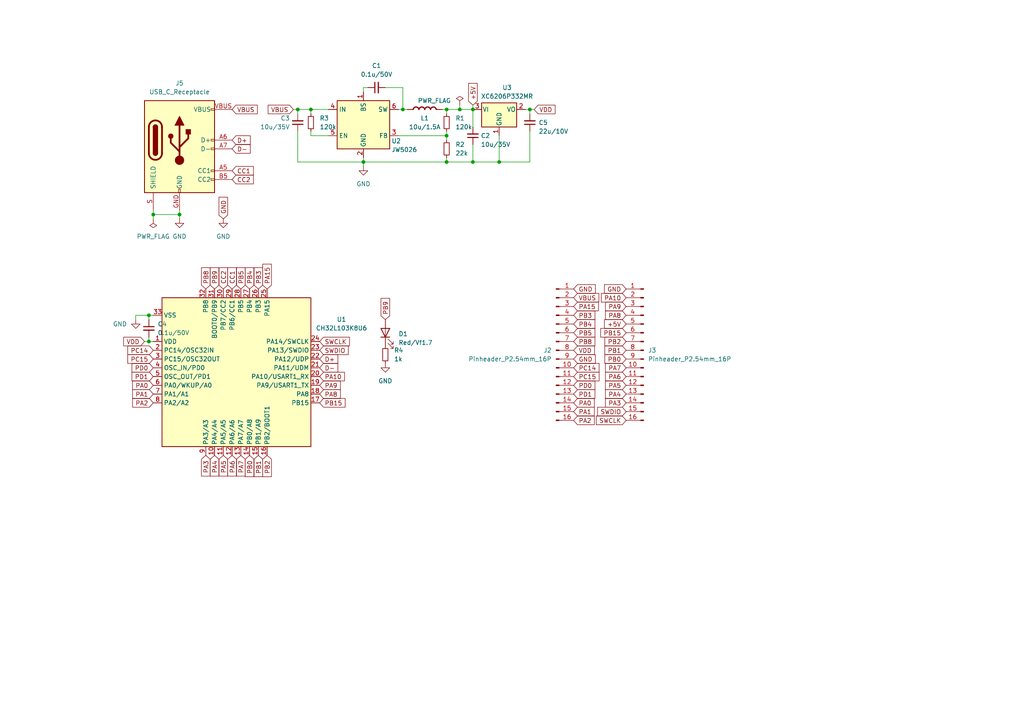
<source format=kicad_sch>
(kicad_sch (version 20250114) (generator "eeschema") (generator_version "9.0")
  (paper "A4")
  (lib_symbols
    (symbol "Connector:Conn_01x16_Pin" (pin_names (offset 1.016) (hide yes))
      (property "Reference" "J" (at 0 20.32 0))
      (property "Value" "Conn_01x16_Pin" (at 0 -22.86 0))
      (symbol "Conn_01x16_Pin_1_1"
        (rectangle (start 0.8636 17.907) (end 0 17.653) (stroke (width 0.1524)) (fill (type outline)))
        (rectangle (start 0.8636 15.367) (end 0 15.113) (stroke (width 0.1524)) (fill (type outline)))
        (rectangle (start 0.8636 12.827) (end 0 12.573) (stroke (width 0.1524)) (fill (type outline)))
        (rectangle (start 0.8636 10.287) (end 0 10.033) (stroke (width 0.1524)) (fill (type outline)))
        (rectangle (start 0.8636 7.747) (end 0 7.493) (stroke (width 0.1524)) (fill (type outline)))
        (rectangle (start 0.8636 5.207) (end 0 4.953) (stroke (width 0.1524)) (fill (type outline)))
        (rectangle (start 0.8636 2.667) (end 0 2.413) (stroke (width 0.1524)) (fill (type outline)))
        (rectangle (start 0.8636 0.127) (end 0 -0.127) (stroke (width 0.1524)) (fill (type outline)))
        (rectangle (start 0.8636 -2.413) (end 0 -2.667) (stroke (width 0.1524)) (fill (type outline)))
        (rectangle (start 0.8636 -4.953) (end 0 -5.207) (stroke (width 0.1524)) (fill (type outline)))
        (rectangle (start 0.8636 -7.493) (end 0 -7.747) (stroke (width 0.1524)) (fill (type outline)))
        (rectangle (start 0.8636 -10.033) (end 0 -10.287) (stroke (width 0.1524)) (fill (type outline)))
        (rectangle (start 0.8636 -12.573) (end 0 -12.827) (stroke (width 0.1524)) (fill (type outline)))
        (rectangle (start 0.8636 -15.113) (end 0 -15.367) (stroke (width 0.1524)) (fill (type outline)))
        (rectangle (start 0.8636 -17.653) (end 0 -17.907) (stroke (width 0.1524)) (fill (type outline)))
        (rectangle (start 0.8636 -20.193) (end 0 -20.447) (stroke (width 0.1524)) (fill (type outline)))
        (polyline (pts (xy 1.27 17.78) (xy 0.8636 17.78)) (stroke (width 0.1524)))
        (polyline (pts (xy 1.27 15.24) (xy 0.8636 15.24)) (stroke (width 0.1524)))
        (polyline (pts (xy 1.27 12.7) (xy 0.8636 12.7)) (stroke (width 0.1524)))
        (polyline (pts (xy 1.27 10.16) (xy 0.8636 10.16)) (stroke (width 0.1524)))
        (polyline (pts (xy 1.27 7.62) (xy 0.8636 7.62)) (stroke (width 0.1524)))
        (polyline (pts (xy 1.27 5.08) (xy 0.8636 5.08)) (stroke (width 0.1524)))
        (polyline (pts (xy 1.27 2.54) (xy 0.8636 2.54)) (stroke (width 0.1524)))
        (polyline (pts (xy 1.27 0) (xy 0.8636 0)) (stroke (width 0.1524)))
        (polyline (pts (xy 1.27 -2.54) (xy 0.8636 -2.54)) (stroke (width 0.1524)))
        (polyline (pts (xy 1.27 -5.08) (xy 0.8636 -5.08)) (stroke (width 0.1524)))
        (polyline (pts (xy 1.27 -7.62) (xy 0.8636 -7.62)) (stroke (width 0.1524)))
        (polyline (pts (xy 1.27 -10.16) (xy 0.8636 -10.16)) (stroke (width 0.1524)))
        (polyline (pts (xy 1.27 -12.7) (xy 0.8636 -12.7)) (stroke (width 0.1524)))
        (polyline (pts (xy 1.27 -15.24) (xy 0.8636 -15.24)) (stroke (width 0.1524)))
        (polyline (pts (xy 1.27 -17.78) (xy 0.8636 -17.78)) (stroke (width 0.1524)))
        (polyline (pts (xy 1.27 -20.32) (xy 0.8636 -20.32)) (stroke (width 0.1524)))
        (pin passive line (at 5.08 17.78 180) (length 3.81) (name "Pin_1") (number "1"))
        (pin passive line (at 5.08 15.24 180) (length 3.81) (name "Pin_2") (number "2"))
        (pin passive line (at 5.08 12.7 180) (length 3.81) (name "Pin_3") (number "3"))
        (pin passive line (at 5.08 10.16 180) (length 3.81) (name "Pin_4") (number "4"))
        (pin passive line (at 5.08 7.62 180) (length 3.81) (name "Pin_5") (number "5"))
        (pin passive line (at 5.08 5.08 180) (length 3.81) (name "Pin_6") (number "6"))
        (pin passive line (at 5.08 2.54 180) (length 3.81) (name "Pin_7") (number "7"))
        (pin passive line (at 5.08 0 180) (length 3.81) (name "Pin_8") (number "8"))
        (pin passive line (at 5.08 -2.54 180) (length 3.81) (name "Pin_9") (number "9"))
        (pin passive line (at 5.08 -5.08 180) (length 3.81) (name "Pin_10") (number "10"))
        (pin passive line (at 5.08 -7.62 180) (length 3.81) (name "Pin_11") (number "11"))
        (pin passive line (at 5.08 -10.16 180) (length 3.81) (name "Pin_12") (number "12"))
        (pin passive line (at 5.08 -12.7 180) (length 3.81) (name "Pin_13") (number "13"))
        (pin passive line (at 5.08 -15.24 180) (length 3.81) (name "Pin_14") (number "14"))
        (pin passive line (at 5.08 -17.78 180) (length 3.81) (name "Pin_15") (number "15"))
        (pin passive line (at 5.08 -20.32 180) (length 3.81) (name "Pin_16") (number "16"))
      )
    )
    (symbol "Device:C_Small" (pin_numbers (hide yes)) (pin_names (offset 0.254) (hide yes))
      (property "Reference" "C" (at 0.254 1.778 0))
      (property "Value" "C_Small" (at 0.254 -2.032 0))
      (symbol "C_Small_0_1"
        (polyline (pts (xy -1.524 0.508) (xy 1.524 0.508)) (stroke (width 0.3048)))
        (polyline (pts (xy -1.524 -0.508) (xy 1.524 -0.508)) (stroke (width 0.3302)))
      )
      (symbol "C_Small_1_1"
        (pin passive line (at 0 2.54 270) (length 2.032) (name "~") (number "1"))
        (pin passive line (at 0 -2.54 90) (length 2.032) (name "~") (number "2"))
      )
    )
    (symbol "Device:LED" (pin_numbers (hide yes)) (pin_names (offset 1.016) (hide yes))
      (property "Reference" "D" (at 0 2.54 0))
      (property "Value" "LED" (at 0 -2.54 0))
      (symbol "LED_0_1"
        (polyline (pts (xy -3.048 -0.762) (xy -4.572 -2.286) (xy -3.81 -2.286) (xy -4.572 -2.286) (xy -4.572 -1.524)))
        (polyline (pts (xy -1.778 -0.762) (xy -3.302 -2.286) (xy -2.54 -2.286) (xy -3.302 -2.286) (xy -3.302 -1.524)))
        (polyline (pts (xy -1.27 0) (xy 1.27 0)))
        (polyline (pts (xy -1.27 -1.27) (xy -1.27 1.27)) (stroke (width 0.254)))
        (polyline (pts (xy 1.27 -1.27) (xy 1.27 1.27) (xy -1.27 0) (xy 1.27 -1.27)) (stroke (width 0.254)))
      )
      (symbol "LED_1_1"
        (pin passive line (at -3.81 0 0) (length 2.54) (name "K") (number "1"))
        (pin passive line (at 3.81 0 180) (length 2.54) (name "A") (number "2"))
      )
    )
    (symbol "Device:R_Small" (pin_numbers (hide yes)) (pin_names (offset 0.254) (hide yes))
      (property "Reference" "R" (at 0 0 90))
      (property "Value" "R_Small" (at 1.778 0 90))
      (symbol "R_Small_0_1"
        (rectangle (start -0.762 1.778) (end 0.762 -1.778) (stroke (width 0.2032)))
      )
      (symbol "R_Small_1_1"
        (pin passive line (at 0 2.54 270) (length 0.762) (name "~") (number "1"))
        (pin passive line (at 0 -2.54 90) (length 0.762) (name "~") (number "2"))
      )
    )
    (symbol "Download_Lib:CH32L103K8U6"
      (property "Reference" "U" (at -0.508 -0.762 0))
      (property "Value" "CH32L103K8U6" (at -0.508 1.524 0))
      (symbol "CH32L103K8U6_1_0"
        (pin power_in line (at -24.13 16.51 0) (length 2.54) (name "VSS") (number "33"))
        (pin power_in line (at -24.13 8.89 0) (length 2.54) (name "VDD") (number "1"))
        (pin bidirectional line (at -24.13 6.35 0) (length 2.54) (name "PC14/OSC32IN") (number "2"))
        (pin bidirectional line (at -24.13 3.81 0) (length 2.54) (name "PC15/OSC32OUT") (number "3"))
        (pin bidirectional line (at -24.13 1.27 0) (length 2.54) (name "OSC_IN/PD0") (number "4"))
        (pin bidirectional line (at -24.13 -1.27 0) (length 2.54) (name "OSC_OUT/PD1") (number "5"))
        (pin bidirectional line (at -24.13 -3.81 0) (length 2.54) (name "PA0/WKUP/A0") (number "6"))
        (pin bidirectional line (at -24.13 -6.35 0) (length 2.54) (name "PA1/A1") (number "7"))
        (pin bidirectional line (at -24.13 -8.89 0) (length 2.54) (name "PA2/A2") (number "8"))
        (pin bidirectional line (at -8.89 24.13 270) (length 2.54) (name "PB8") (number "32"))
        (pin bidirectional line (at -8.89 -24.13 90) (length 2.54) (name "PA3/A3") (number "9"))
        (pin bidirectional line (at -6.35 24.13 270) (length 2.54) (name "BOOT0/PB9") (number "31"))
        (pin bidirectional line (at -6.35 -24.13 90) (length 2.54) (name "PA4/A4") (number "10"))
        (pin bidirectional line (at -3.81 24.13 270) (length 2.54) (name "PB7/CC2") (number "30"))
        (pin bidirectional line (at -3.81 -24.13 90) (length 2.54) (name "PA5/A5") (number "11"))
        (pin bidirectional line (at -1.27 24.13 270) (length 2.54) (name "PB6/CC1") (number "29"))
        (pin bidirectional line (at -1.27 -24.13 90) (length 2.54) (name "PA6/A6") (number "12"))
        (pin bidirectional line (at 1.27 24.13 270) (length 2.54) (name "PB5") (number "28"))
        (pin bidirectional line (at 1.27 -24.13 90) (length 2.54) (name "PA7/A7") (number "13"))
        (pin bidirectional line (at 3.81 24.13 270) (length 2.54) (name "PB4") (number "27"))
        (pin bidirectional line (at 3.81 -24.13 90) (length 2.54) (name "PB0/A8") (number "14"))
        (pin bidirectional line (at 6.35 24.13 270) (length 2.54) (name "PB3") (number "26"))
        (pin bidirectional line (at 6.35 -24.13 90) (length 2.54) (name "PB1/A9") (number "15"))
        (pin bidirectional line (at 8.89 24.13 270) (length 2.54) (name "PA15") (number "25"))
        (pin bidirectional line (at 8.89 -24.13 90) (length 2.54) (name "PB2/BOOT1") (number "16"))
        (pin bidirectional line (at 24.13 8.89 180) (length 2.54) (name "PA14/SWCLK") (number "24"))
        (pin bidirectional line (at 24.13 6.35 180) (length 2.54) (name "PA13/SWDIO") (number "23"))
        (pin bidirectional line (at 24.13 3.81 180) (length 2.54) (name "PA12/UDP") (number "22"))
        (pin bidirectional line (at 24.13 1.27 180) (length 2.54) (name "PA11/UDM") (number "21"))
        (pin bidirectional line (at 24.13 -1.27 180) (length 2.54) (name "PA10/USART1_RX") (number "20"))
        (pin bidirectional line (at 24.13 -3.81 180) (length 2.54) (name "PA9/USART1_TX") (number "19"))
        (pin bidirectional line (at 24.13 -6.35 180) (length 2.54) (name "PA8") (number "18"))
        (pin bidirectional line (at 24.13 -8.89 180) (length 2.54) (name "PB15") (number "17"))
      )
      (symbol "CH32L103K8U6_1_1"
        (rectangle (start -21.59 21.59) (end 21.59 -21.59) (stroke (width 0.254)) (fill (type background)))
      )
    )
    (symbol "Download_Lib:RY8411"
      (property "Reference" "U" (at -7.62 6.35 0))
      (property "Value" "RY8411" (at 5.08 6.35 0))
      (symbol "RY8411_0_1"
        (rectangle (start -7.62 5.08) (end 7.62 -8.89) (stroke (width 0.254)) (fill (type background)))
      )
      (symbol "RY8411_1_1"
        (pin power_in line (at -10.16 2.54 0) (length 2.54) (name "IN") (number "4"))
        (pin input line (at -10.16 -5.08 0) (length 2.54) (name "EN") (number "5"))
        (pin input line (at 0 7.62 270) (length 2.54) (name "BS") (number "1"))
        (pin power_in line (at 0 -11.43 90) (length 2.54) (name "GND") (number "2"))
        (pin power_out line (at 10.16 2.54 180) (length 2.54) (name "SW") (number "6"))
        (pin input line (at 10.16 -5.08 180) (length 2.54) (name "FB") (number "3"))
      )
    )
    (symbol "PCM_Elektuur:L" (pin_numbers (hide yes)) (pin_names (offset 0) (hide yes))
      (property "Reference" "L" (at 2.54 3.175 0))
      (property "Value" "L" (at 2.54 -3.175 0))
      (symbol "L_1_0"
        (arc (start 0 3.302) (mid 0.6604 2.5146) (end 0 1.7272) (stroke (width 0.254)))
        (arc (start 0 1.6256) (mid 0.6604 0.8382) (end 0 0.0508) (stroke (width 0.254)))
        (arc (start 0 -0.0508) (mid 0.6604 -0.8382) (end 0 -1.6256) (stroke (width 0.254)))
        (arc (start 0 -1.7272) (mid 0.6604 -2.5146) (end 0 -3.302) (stroke (width 0.254)))
        (arc (start 0 3.4036) (mid 0.762 2.5146) (end 0 1.6256) (stroke (width 0.254)))
        (arc (start 0 1.7272) (mid 0.762 0.8382) (end 0 -0.0508) (stroke (width 0.254)))
        (arc (start 0 0.0508) (mid 0.762 -0.8382) (end 0 -1.7272) (stroke (width 0.254)))
        (arc (start 0 -1.6256) (mid 0.762 -2.5146) (end 0 -3.4036) (stroke (width 0.254)))
        (polyline (pts (xy 0 3.5052) (xy 0 3.302)) (stroke (width 0.254)))
        (polyline (pts (xy 0 1.7272) (xy 0 1.6256)) (stroke (width 0.254)))
        (polyline (pts (xy 0 0.0508) (xy 0 -0.0508)) (stroke (width 0.254)))
        (polyline (pts (xy 0 -1.6256) (xy 0 -1.7272)) (stroke (width 0.254)))
        (polyline (pts (xy 0 -3.302) (xy 0 -3.5052)) (stroke (width 0.254)))
        (pin passive line (at 0 5.08 270) (length 1.5748) (name "+") (number "1"))
        (pin passive line (at 0 -5.08 90) (length 1.5748) (name "-") (number "2"))
      )
      (symbol "L_1_2"
        (rectangle (start 1.524 3.3782) (end 1.9812 -3.3782) (stroke (width 0.254)) (fill (type outline)))
      )
      (symbol "L_1_3"
        (rectangle (start 1.524 3.0988) (end 1.9812 1.9304) (stroke (width 0.254)) (fill (type outline)))
        (rectangle (start 1.524 1.4224) (end 1.9812 0.254) (stroke (width 0.254)) (fill (type outline)))
        (rectangle (start 1.524 -0.254) (end 1.9812 -1.4224) (stroke (width 0.254)) (fill (type outline)))
        (rectangle (start 1.524 -1.9304) (end 1.9812 -3.0988) (stroke (width 0.254)) (fill (type outline)))
      )
    )
    (symbol "PCM_SparkFun-Connector:USB_C_Receptacle" (pin_names (offset 1.016))
      (property "Reference" "J" (at -10.16 12.7 0))
      (property "Value" "USB_C_Receptacle" (at 19.05 12.7 0))
      (symbol "USB_C_Receptacle_0_0"
        (rectangle (start -0.254 -15.24) (end 0.254 -14.224))
        (rectangle (start 10.16 9.144) (end 9.144 8.636))
        (rectangle (start 10.16 0.254) (end 9.144 -0.254))
        (rectangle (start 10.16 -2.286) (end 9.144 -2.794))
        (rectangle (start 10.16 -8.636) (end 9.144 -9.144))
        (rectangle (start 10.16 -11.176) (end 9.144 -11.684))
      )
      (symbol "USB_C_Receptacle_0_1"
        (rectangle (start -10.16 11.43) (end 10.16 -15.24) (stroke (width 0.254)) (fill (type background)))
        (polyline (pts (xy -8.89 -3.81) (xy -8.89 3.81)) (stroke (width 0.508)))
        (rectangle (start -7.62 -3.81) (end -6.35 3.81) (stroke (width 0.254)) (fill (type outline)))
        (arc (start -7.62 3.81) (mid -6.985 4.4423) (end -6.35 3.81) (stroke (width 0.254)))
        (arc (start -7.62 3.81) (mid -6.985 4.4423) (end -6.35 3.81) (stroke (width 0.254)) (fill (type outline)))
        (arc (start -8.89 3.81) (mid -6.985 5.7067) (end -5.08 3.81) (stroke (width 0.508)))
        (arc (start -5.08 -3.81) (mid -6.985 -5.7067) (end -8.89 -3.81) (stroke (width 0.508)))
        (arc (start -6.35 -3.81) (mid -6.985 -4.4423) (end -7.62 -3.81) (stroke (width 0.254)))
        (arc (start -6.35 -3.81) (mid -6.985 -4.4423) (end -7.62 -3.81) (stroke (width 0.254)) (fill (type outline)))
        (polyline (pts (xy -5.08 3.81) (xy -5.08 -3.81)) (stroke (width 0.508)))
        (circle (center -2.54 1.143) (radius 0.635) (stroke (width 0.254)) (fill (type outline)))
        (polyline (pts (xy -1.27 4.318) (xy 0 6.858) (xy 1.27 4.318) (xy -1.27 4.318)) (stroke (width 0.254)) (fill (type outline)))
        (polyline (pts (xy 0 -2.032) (xy 2.54 0.508) (xy 2.54 1.778)) (stroke (width 0.508)))
        (polyline (pts (xy 0 -3.302) (xy -2.54 -0.762) (xy -2.54 0.508)) (stroke (width 0.508)))
        (polyline (pts (xy 0 -5.842) (xy 0 4.318)) (stroke (width 0.508)))
        (circle (center 0 -5.842) (radius 1.27) (fill (type outline)))
        (rectangle (start 1.905 1.778) (end 3.175 3.048) (stroke (width 0.254)) (fill (type outline)))
      )
      (symbol "USB_C_Receptacle_1_1"
        (pin passive line (at -7.62 -20.32 90) (length 5.08) (name "SHIELD") (number "S"))
        (pin no_connect line (at -5.08 -15.24 90) (length 5.08) (hide yes) (name "NC") (number "NC1"))
        (pin no_connect line (at -3.81 -15.24 90) (length 5.08) (hide yes) (name "NC") (number "NC2"))
        (pin no_connect line (at -2.54 -15.24 90) (length 5.08) (hide yes) (name "NC") (number "NC3"))
        (pin passive line (at 0 -20.32 90) (length 5.08) (name "GND") (number "GND"))
        (pin no_connect line (at 2.54 -15.24 90) (length 5.08) (hide yes) (name "NC") (number "A8"))
        (pin no_connect line (at 3.81 -15.24 90) (length 5.08) (hide yes) (name "NC") (number "B8"))
        (pin power_out line (at 15.24 8.89 180) (length 5.08) (name "VBUS") (number "VBUS"))
        (pin bidirectional line (at 15.24 0 180) (length 5.08) (name "D+") (number "A6"))
        (pin bidirectional line (at 15.24 0 180) (length 5.08) (hide yes) (name "D+") (number "B6"))
        (pin bidirectional line (at 15.24 -2.54 180) (length 5.08) (name "D-") (number "A7"))
        (pin bidirectional line (at 15.24 -2.54 180) (length 5.08) (hide yes) (name "D-") (number "B7"))
        (pin bidirectional line (at 15.24 -8.89 180) (length 5.08) (name "CC1") (number "A5"))
        (pin bidirectional line (at 15.24 -11.43 180) (length 5.08) (name "CC2") (number "B5"))
      )
    )
    (symbol "Regulator_Linear:XC6206PxxxMR" (pin_names (offset 0.254))
      (property "Reference" "U" (at -3.81 3.175 0))
      (property "Value" "XC6206PxxxMR" (at 0 3.175 0))
      (symbol "XC6206PxxxMR_0_1"
        (rectangle (start -5.08 1.905) (end 5.08 -5.08) (stroke (width 0.254)) (fill (type background)))
      )
      (symbol "XC6206PxxxMR_1_1"
        (pin power_in line (at -7.62 0 0) (length 2.54) (name "VI") (number "3"))
        (pin power_in line (at 0 -7.62 90) (length 2.54) (name "GND") (number "1"))
        (pin power_out line (at 7.62 0 180) (length 2.54) (name "VO") (number "2"))
      )
    )
    (symbol "power:GND" (power) (pin_numbers (hide yes)) (pin_names (offset 0) (hide yes))
      (property "Value" "GND" (at 0 -3.81 0))
      (symbol "GND_0_1"
        (polyline (pts (xy 0 0) (xy 0 -1.27) (xy 1.27 -1.27) (xy 0 -2.54) (xy -1.27 -1.27) (xy 0 -1.27)))
      )
      (symbol "GND_1_1"
        (pin power_in line (at 0 0 270) (length 0) (name "~") (number "1"))
      )
    )
    (symbol "power:PWR_FLAG" (power) (pin_numbers (hide yes)) (pin_names (offset 0) (hide yes))
      (property "Value" "PWR_FLAG" (at 0 3.81 0))
      (symbol "PWR_FLAG_0_0"
        (pin power_out line (at 0 0 90) (length 0) (name "~") (number "1"))
      )
      (symbol "PWR_FLAG_0_1"
        (polyline (pts (xy 0 0) (xy 0 1.27) (xy -1.016 1.905) (xy 0 2.54) (xy 1.016 1.905) (xy 0 1.27)))
      )
    )
  )
  (junction (at 52.07 62.23))
  (junction (at 86.36 31.75))
  (junction (at 144.78 46.99))
  (junction (at 153.67 31.75))
  (junction (at 90.17 31.75))
  (junction (at 43.18 91.44))
  (junction (at 133.35 31.75))
  (junction (at 129.54 46.99))
  (junction (at 137.16 31.75))
  (junction (at 43.18 99.06))
  (junction (at 137.16 46.99))
  (junction (at 44.45 62.23))
  (junction (at 116.84 31.75))
  (junction (at 129.54 39.37))
  (junction (at 105.41 46.99))
  (junction (at 129.54 31.75))
  (wire (pts (xy 39.37 92.71) (xy 39.37 91.44)))
  (wire (pts (xy 153.67 31.75) (xy 154.94 31.75)))
  (wire (pts (xy 128.27 31.75) (xy 129.54 31.75)))
  (wire (pts (xy 111.76 25.4) (xy 116.84 25.4)))
  (wire (pts (xy 129.54 46.99) (xy 129.54 45.72)))
  (wire (pts (xy 116.84 31.75) (xy 118.11 31.75)))
  (wire (pts (xy 43.18 97.79) (xy 43.18 99.06)))
  (wire (pts (xy 85.09 31.75) (xy 86.36 31.75)))
  (wire (pts (xy 137.16 30.48) (xy 137.16 31.75)))
  (wire (pts (xy 129.54 39.37) (xy 115.57 39.37)))
  (wire (pts (xy 90.17 39.37) (xy 95.25 39.37)))
  (wire (pts (xy 153.67 31.75) (xy 153.67 33.02)))
  (wire (pts (xy 144.78 39.37) (xy 144.78 46.99)))
  (wire (pts (xy 105.41 48.26) (xy 105.41 46.99)))
  (wire (pts (xy 137.16 31.75) (xy 137.16 36.83)))
  (wire (pts (xy 116.84 25.4) (xy 116.84 31.75)))
  (wire (pts (xy 129.54 46.99) (xy 105.41 46.99)))
  (wire (pts (xy 153.67 46.99) (xy 144.78 46.99)))
  (wire (pts (xy 129.54 38.1) (xy 129.54 39.37)))
  (wire (pts (xy 116.84 31.75) (xy 115.57 31.75)))
  (wire (pts (xy 41.91 99.06) (xy 43.18 99.06)))
  (wire (pts (xy 86.36 31.75) (xy 90.17 31.75)))
  (wire (pts (xy 43.18 91.44) (xy 43.18 92.71)))
  (wire (pts (xy 144.78 46.99) (xy 137.16 46.99)))
  (wire (pts (xy 105.41 45.72) (xy 105.41 46.99)))
  (wire (pts (xy 44.45 62.23) (xy 44.45 63.5)))
  (wire (pts (xy 90.17 38.1) (xy 90.17 39.37)))
  (wire (pts (xy 90.17 31.75) (xy 95.25 31.75)))
  (wire (pts (xy 105.41 25.4) (xy 105.41 26.67)))
  (wire (pts (xy 106.68 25.4) (xy 105.41 25.4)))
  (wire (pts (xy 129.54 31.75) (xy 133.35 31.75)))
  (wire (pts (xy 137.16 46.99) (xy 129.54 46.99)))
  (wire (pts (xy 129.54 39.37) (xy 129.54 40.64)))
  (wire (pts (xy 43.18 99.06) (xy 44.45 99.06)))
  (wire (pts (xy 137.16 41.91) (xy 137.16 46.99)))
  (wire (pts (xy 52.07 62.23) (xy 52.07 63.5)))
  (wire (pts (xy 152.4 31.75) (xy 153.67 31.75)))
  (wire (pts (xy 43.18 91.44) (xy 44.45 91.44)))
  (wire (pts (xy 90.17 31.75) (xy 90.17 33.02)))
  (wire (pts (xy 86.36 46.99) (xy 105.41 46.99)))
  (wire (pts (xy 86.36 38.1) (xy 86.36 46.99)))
  (wire (pts (xy 133.35 31.75) (xy 137.16 31.75)))
  (wire (pts (xy 133.35 30.48) (xy 133.35 31.75)))
  (wire (pts (xy 39.37 91.44) (xy 43.18 91.44)))
  (wire (pts (xy 86.36 31.75) (xy 86.36 33.02)))
  (wire (pts (xy 153.67 38.1) (xy 153.67 46.99)))
  (wire (pts (xy 52.07 60.96) (xy 52.07 62.23)))
  (wire (pts (xy 44.45 62.23) (xy 52.07 62.23)))
  (wire (pts (xy 129.54 31.75) (xy 129.54 33.02)))
  (wire (pts (xy 44.45 60.96) (xy 44.45 62.23)))
  (global_label "GND" (shape input) (at 166.37 83.82 0) (property "Intersheetrefs" "${INTERSHEET_REFS}" (effects (hide yes))))
  (global_label "+5V" (shape input) (at 137.16 30.48 90) (property "Intersheetrefs" "${INTERSHEET_REFS}" (effects (hide yes))))
  (global_label "PB9" (shape input) (at 62.23 83.82 90) (property "Intersheetrefs" "${INTERSHEET_REFS}" (effects (hide yes))))
  (global_label "PB2" (shape input) (at 77.47 132.08 270) (property "Intersheetrefs" "${INTERSHEET_REFS}" (effects (hide yes))))
  (global_label "CC2" (shape input) (at 67.31 52.07 0) (property "Intersheetrefs" "${INTERSHEET_REFS}" (effects (hide yes))))
  (global_label "SWDIO" (shape input) (at 92.71 101.6 0) (property "Intersheetrefs" "${INTERSHEET_REFS}" (effects (hide yes))))
  (global_label "VBUS" (shape input) (at 166.37 86.36 0) (property "Intersheetrefs" "${INTERSHEET_REFS}" (effects (hide yes))))
  (global_label "PA9" (shape input) (at 181.61 88.9 180) (property "Intersheetrefs" "${INTERSHEET_REFS}" (effects (hide yes))))
  (global_label "PB1" (shape input) (at 181.61 101.6 180) (property "Intersheetrefs" "${INTERSHEET_REFS}" (effects (hide yes))))
  (global_label "D-" (shape input) (at 92.71 106.68 0) (property "Intersheetrefs" "${INTERSHEET_REFS}" (effects (hide yes))))
  (global_label "PA4" (shape input) (at 181.61 114.3 180) (property "Intersheetrefs" "${INTERSHEET_REFS}" (effects (hide yes))))
  (global_label "PB3" (shape input) (at 74.93 83.82 90) (property "Intersheetrefs" "${INTERSHEET_REFS}" (effects (hide yes))))
  (global_label "SWCLK" (shape input) (at 92.71 99.06 0) (property "Intersheetrefs" "${INTERSHEET_REFS}" (effects (hide yes))))
  (global_label "PA6" (shape input) (at 181.61 109.22 180) (property "Intersheetrefs" "${INTERSHEET_REFS}" (effects (hide yes))))
  (global_label "PA6" (shape input) (at 67.31 132.08 270) (property "Intersheetrefs" "${INTERSHEET_REFS}" (effects (hide yes))))
  (global_label "PB3" (shape input) (at 166.37 91.44 0) (property "Intersheetrefs" "${INTERSHEET_REFS}" (effects (hide yes))))
  (global_label "PA5" (shape input) (at 181.61 111.76 180) (property "Intersheetrefs" "${INTERSHEET_REFS}" (effects (hide yes))))
  (global_label "PB2" (shape input) (at 181.61 99.06 180) (property "Intersheetrefs" "${INTERSHEET_REFS}" (effects (hide yes))))
  (global_label "PA2" (shape input) (at 44.45 116.84 180) (property "Intersheetrefs" "${INTERSHEET_REFS}" (effects (hide yes))))
  (global_label "PB0" (shape input) (at 72.39 132.08 270) (property "Intersheetrefs" "${INTERSHEET_REFS}" (effects (hide yes))))
  (global_label "PD1" (shape input) (at 166.37 114.3 0) (property "Intersheetrefs" "${INTERSHEET_REFS}" (effects (hide yes))))
  (global_label "PB5" (shape input) (at 69.85 83.82 90) (property "Intersheetrefs" "${INTERSHEET_REFS}" (effects (hide yes))))
  (global_label "VBUS" (shape input) (at 85.09 31.75 180) (property "Intersheetrefs" "${INTERSHEET_REFS}" (effects (hide yes))))
  (global_label "PB4" (shape input) (at 72.39 83.82 90) (property "Intersheetrefs" "${INTERSHEET_REFS}" (effects (hide yes))))
  (global_label "GND" (shape input) (at 166.37 104.14 0) (property "Intersheetrefs" "${INTERSHEET_REFS}" (effects (hide yes))))
  (global_label "PA5" (shape input) (at 64.77 132.08 270) (property "Intersheetrefs" "${INTERSHEET_REFS}" (effects (hide yes))))
  (global_label "GND" (shape input) (at 181.61 83.82 180) (property "Intersheetrefs" "${INTERSHEET_REFS}" (effects (hide yes))))
  (global_label "D-" (shape input) (at 67.31 43.18 0) (property "Intersheetrefs" "${INTERSHEET_REFS}" (effects (hide yes))))
  (global_label "+5V" (shape input) (at 181.61 93.98 180) (property "Intersheetrefs" "${INTERSHEET_REFS}" (effects (hide yes))))
  (global_label "PB0" (shape input) (at 181.61 104.14 180) (property "Intersheetrefs" "${INTERSHEET_REFS}" (effects (hide yes))))
  (global_label "PA4" (shape input) (at 62.23 132.08 270) (property "Intersheetrefs" "${INTERSHEET_REFS}" (effects (hide yes))))
  (global_label "PA7" (shape input) (at 69.85 132.08 270) (property "Intersheetrefs" "${INTERSHEET_REFS}" (effects (hide yes))))
  (global_label "PB9" (shape input) (at 111.76 92.71 90) (property "Intersheetrefs" "${INTERSHEET_REFS}" (effects (hide yes))))
  (global_label "PA3" (shape input) (at 59.69 132.08 270) (property "Intersheetrefs" "${INTERSHEET_REFS}" (effects (hide yes))))
  (global_label "PC15" (shape input) (at 44.45 104.14 180) (property "Intersheetrefs" "${INTERSHEET_REFS}" (effects (hide yes))))
  (global_label "PA10" (shape input) (at 181.61 86.36 180) (property "Intersheetrefs" "${INTERSHEET_REFS}" (effects (hide yes))))
  (global_label "PA15" (shape input) (at 77.47 83.82 90) (property "Intersheetrefs" "${INTERSHEET_REFS}" (effects (hide yes))))
  (global_label "PA1" (shape input) (at 166.37 119.38 0) (property "Intersheetrefs" "${INTERSHEET_REFS}" (effects (hide yes))))
  (global_label "PA0" (shape input) (at 166.37 116.84 0) (property "Intersheetrefs" "${INTERSHEET_REFS}" (effects (hide yes))))
  (global_label "PD0" (shape input) (at 44.45 106.68 180) (property "Intersheetrefs" "${INTERSHEET_REFS}" (effects (hide yes))))
  (global_label "PA15" (shape input) (at 166.37 88.9 0) (property "Intersheetrefs" "${INTERSHEET_REFS}" (effects (hide yes))))
  (global_label "PB8" (shape input) (at 59.69 83.82 90) (property "Intersheetrefs" "${INTERSHEET_REFS}" (effects (hide yes))))
  (global_label "GND" (shape input) (at 64.77 63.5 90) (property "Intersheetrefs" "${INTERSHEET_REFS}" (effects (hide yes))))
  (global_label "SWCLK" (shape input) (at 181.61 121.92 180) (property "Intersheetrefs" "${INTERSHEET_REFS}" (effects (hide yes))))
  (global_label "PA9" (shape input) (at 92.71 111.76 0) (property "Intersheetrefs" "${INTERSHEET_REFS}" (effects (hide yes))))
  (global_label "PA8" (shape input) (at 92.71 114.3 0) (property "Intersheetrefs" "${INTERSHEET_REFS}" (effects (hide yes))))
  (global_label "PA2" (shape input) (at 166.37 121.92 0) (property "Intersheetrefs" "${INTERSHEET_REFS}" (effects (hide yes))))
  (global_label "PC14" (shape input) (at 44.45 101.6 180) (property "Intersheetrefs" "${INTERSHEET_REFS}" (effects (hide yes))))
  (global_label "SWDIO" (shape input) (at 181.61 119.38 180) (property "Intersheetrefs" "${INTERSHEET_REFS}" (effects (hide yes))))
  (global_label "CC1" (shape input) (at 67.31 83.82 90) (property "Intersheetrefs" "${INTERSHEET_REFS}" (effects (hide yes))))
  (global_label "CC1" (shape input) (at 67.31 49.53 0) (property "Intersheetrefs" "${INTERSHEET_REFS}" (effects (hide yes))))
  (global_label "CC2" (shape input) (at 64.77 83.82 90) (property "Intersheetrefs" "${INTERSHEET_REFS}" (effects (hide yes))))
  (global_label "PC14" (shape input) (at 166.37 106.68 0) (property "Intersheetrefs" "${INTERSHEET_REFS}" (effects (hide yes))))
  (global_label "PB15" (shape input) (at 92.71 116.84 0) (property "Intersheetrefs" "${INTERSHEET_REFS}" (effects (hide yes))))
  (global_label "PB8" (shape input) (at 166.37 99.06 0) (property "Intersheetrefs" "${INTERSHEET_REFS}" (effects (hide yes))))
  (global_label "VDD" (shape input) (at 154.94 31.75 0) (property "Intersheetrefs" "${INTERSHEET_REFS}" (effects (hide yes))))
  (global_label "VDD" (shape input) (at 41.91 99.06 180) (property "Intersheetrefs" "${INTERSHEET_REFS}" (effects (hide yes))))
  (global_label "PA3" (shape input) (at 181.61 116.84 180) (property "Intersheetrefs" "${INTERSHEET_REFS}" (effects (hide yes))))
  (global_label "PC15" (shape input) (at 166.37 109.22 0) (property "Intersheetrefs" "${INTERSHEET_REFS}" (effects (hide yes))))
  (global_label "PB15" (shape input) (at 181.61 96.52 180) (property "Intersheetrefs" "${INTERSHEET_REFS}" (effects (hide yes))))
  (global_label "PD1" (shape input) (at 44.45 109.22 180) (property "Intersheetrefs" "${INTERSHEET_REFS}" (effects (hide yes))))
  (global_label "PA8" (shape input) (at 181.61 91.44 180) (property "Intersheetrefs" "${INTERSHEET_REFS}" (effects (hide yes))))
  (global_label "PD0" (shape input) (at 166.37 111.76 0) (property "Intersheetrefs" "${INTERSHEET_REFS}" (effects (hide yes))))
  (global_label "PA10" (shape input) (at 92.71 109.22 0) (property "Intersheetrefs" "${INTERSHEET_REFS}" (effects (hide yes))))
  (global_label "PA0" (shape input) (at 44.45 111.76 180) (property "Intersheetrefs" "${INTERSHEET_REFS}" (effects (hide yes))))
  (global_label "PB5" (shape input) (at 166.37 96.52 0) (property "Intersheetrefs" "${INTERSHEET_REFS}" (effects (hide yes))))
  (global_label "D+" (shape input) (at 67.31 40.64 0) (property "Intersheetrefs" "${INTERSHEET_REFS}" (effects (hide yes))))
  (global_label "PB1" (shape input) (at 74.93 132.08 270) (property "Intersheetrefs" "${INTERSHEET_REFS}" (effects (hide yes))))
  (global_label "VBUS" (shape input) (at 67.31 31.75 0) (property "Intersheetrefs" "${INTERSHEET_REFS}" (effects (hide yes))))
  (global_label "D+" (shape input) (at 92.71 104.14 0) (property "Intersheetrefs" "${INTERSHEET_REFS}" (effects (hide yes))))
  (global_label "VDD" (shape input) (at 166.37 101.6 0) (property "Intersheetrefs" "${INTERSHEET_REFS}" (effects (hide yes))))
  (global_label "PB4" (shape input) (at 166.37 93.98 0) (property "Intersheetrefs" "${INTERSHEET_REFS}" (effects (hide yes))))
  (global_label "PA7" (shape input) (at 181.61 106.68 180) (property "Intersheetrefs" "${INTERSHEET_REFS}" (effects (hide yes))))
  (global_label "PA1" (shape input) (at 44.45 114.3 180) (property "Intersheetrefs" "${INTERSHEET_REFS}" (effects (hide yes))))
  (symbol (lib_id "Device:C_Small") (at 86.36 35.56 180) (unit 1)
    (property "Reference" "C3" (at 84.074 34.29 0) (effects (justify left)))
    (property "Value" "10u/35V" (at 84.074 36.83 0) (effects (justify left)))
    (property "Footprint" "Capacitor_SMD:C_0603_1608Metric" (effects (hide yes)))
    (property "Description" "Unpolarized capacitor, small symbol" (effects (hide yes)))
  )
  (symbol (lib_id "Device:C_Small") (at 137.16 39.37 180) (unit 1)
    (property "Reference" "C2" (at 139.446 39.37 0) (effects (justify right)))
    (property "Value" "10u/35V" (at 139.446 41.91 0) (effects (justify right)))
    (property "Footprint" "Capacitor_SMD:C_0603_1608Metric" (effects (hide yes)))
    (property "Description" "Unpolarized capacitor, small symbol" (effects (hide yes)))
  )
  (symbol (lib_id "power:GND") (at 111.76 105.41 0) (unit 1)
    (property "Reference" "#PWR05" (effects (hide yes)))
    (property "Value" "GND" (at 111.76 110.49 0))
    (property "Description" "Power symbol creates a global label with name \"GND\" , ground" (effects (hide yes)))
  )
  (symbol (lib_id "Device:C_Small") (at 109.22 25.4 90) (unit 1)
    (property "Reference" "C1" (at 109.2263 19.05 90))
    (property "Value" "0.1u/50V" (at 109.2263 21.59 90))
    (property "Footprint" "Capacitor_SMD:C_0603_1608Metric" (effects (hide yes)))
    (property "Description" "Unpolarized capacitor, small symbol" (effects (hide yes)))
  )
  (symbol (lib_id "Connector:Conn_01x16_Pin") (at 186.69 101.6 0) (mirror y) (unit 1)
    (property "Reference" "J3" (at 187.96 101.5999 0) (effects (justify right)))
    (property "Value" "Pinheader_P2.54mm_16P" (at 187.96 104.1399 0) (effects (justify right)))
    (property "Footprint" "Connector_PinHeader_2.54mm:PinHeader_1x16_P2.54mm_Vertical" (effects (hide yes)))
    (property "Description" "Generic connector, single row, 01x16, script generated" (effects (hide yes)))
  )
  (symbol (lib_id "power:GND") (at 105.41 48.26 0) (unit 1)
    (property "Reference" "#PWR04" (effects (hide yes)))
    (property "Value" "GND" (at 105.41 53.34 0))
    (property "Description" "Power symbol creates a global label with name \"GND\" , ground" (effects (hide yes)))
  )
  (symbol (lib_id "power:GND") (at 39.37 92.71 0) (unit 1)
    (property "Reference" "#PWR02" (effects (hide yes)))
    (property "Value" "GND" (at 36.83 93.9799 0) (effects (justify right)))
    (property "Description" "Power symbol creates a global label with name \"GND\" , ground" (effects (hide yes)))
  )
  (symbol (lib_id "Regulator_Linear:XC6206PxxxMR") (at 144.78 31.75 0) (unit 1)
    (property "Reference" "U3" (at 147.066 25.4 0))
    (property "Value" "XC6206P332MR" (at 147.066 27.94 0))
    (property "Footprint" "Package_TO_SOT_SMD:SOT-23-3" (effects (hide yes)))
    (property "Datasheet" "https://www.torexsemi.com/file/xc6206/XC6206.pdf" (effects (hide yes)))
    (property "Description" "Positive 60-250mA Low Dropout Regulator, Fixed Output, SOT-23" (effects (hide yes)))
  )
  (symbol (lib_id "Download_Lib:CH32L103K8U6") (at 68.58 107.95 0) (unit 1)
    (property "Reference" "U1" (at 99.06 92.6398 0))
    (property "Value" "CH32L103K8U6" (at 99.06 95.1798 0))
    (property "Footprint" "Package_DFN_QFN:QFN-32-1EP_4x4mm_P0.4mm_EP2.9x2.9mm" (effects (hide yes)))
    (property "Datasheet" "https://www.wch-ic.com/downloads/CH32L103DS0_PDF.html" (effects (hide yes)))
    (property "Description" "CH32L103 is an industrial-grade low-power general-purpose microcontroller designed based on QingKe RISC-V core.CH32L103 built-in USB and PD PHY, support PDUSB, including USB Host and USB Device functions, USB PD and Type-C fast charging function, built-in low-power timer, provides 1 OPA, 3 CMPs, 4 USARTs, 2 I2Cs, 2 SPIs, 1 CAN, multiple timers, 12-bit ADC, 10-channel touch-key, etc." (effects (hide yes)))
  )
  (symbol (lib_id "power:GND") (at 64.77 63.5 0) (unit 1)
    (property "Reference" "#PWR06" (effects (hide yes)))
    (property "Value" "GND" (at 64.77 68.58 0))
    (property "Description" "Power symbol creates a global label with name \"GND\" , ground" (effects (hide yes)))
  )
  (symbol (lib_id "power:PWR_FLAG") (at 133.35 30.48 0) (unit 1)
    (property "Reference" "#FLG03" (effects (hide yes)))
    (property "Value" "PWR_FLAG" (at 130.81 29.2099 0) (effects (justify right)))
    (property "Description" "Special symbol for telling ERC where power comes from" (effects (hide yes)))
  )
  (symbol (lib_id "PCM_Elektuur:L") (at 123.19 31.75 90) (unit 1)
    (property "Reference" "L1" (at 123.19 34.29 90))
    (property "Value" "10u/1.5A" (at 123.19 36.83 90))
    (property "Footprint" "Inductor_SMD:L_Changjiang_FNR4020S" (effects (hide yes)))
    (property "Description" "coil/winding/inductor/choke/reactor" (effects (hide yes)))
    (property "Indicator" "●" (effects (hide yes)))
    (property "Rating" "A" (effects (hide yes)))
  )
  (symbol (lib_id "power:GND") (at 52.07 63.5 0) (unit 1)
    (property "Reference" "#PWR01" (effects (hide yes)))
    (property "Value" "GND" (at 52.07 68.58 0))
    (property "Description" "Power symbol creates a global label with name \"GND\" , ground" (effects (hide yes)))
  )
  (symbol (lib_id "Device:LED") (at 111.76 96.52 90) (unit 1)
    (property "Reference" "D1" (at 115.57 96.8374 90) (effects (justify right)))
    (property "Value" "Red/Vf1.7" (at 115.57 99.3774 90) (effects (justify right)))
    (property "Footprint" "LED_SMD:LED_0603_1608Metric" (effects (hide yes)))
    (property "Description" "Light emitting diode" (effects (hide yes)))
    (property "Sim.Pins" "1=K 2=A" (effects (hide yes)))
  )
  (symbol (lib_id "power:PWR_FLAG") (at 44.45 63.5 180) (unit 1)
    (property "Reference" "#FLG02" (effects (hide yes)))
    (property "Value" "PWR_FLAG" (at 44.45 68.58 0))
    (property "Description" "Special symbol for telling ERC where power comes from" (effects (hide yes)))
  )
  (symbol (lib_id "Device:R_Small") (at 129.54 35.56 0) (unit 1)
    (property "Reference" "R1" (at 132.08 34.2899 0) (effects (justify left)))
    (property "Value" "120k" (at 132.08 36.8299 0) (effects (justify left)))
    (property "Footprint" "Resistor_SMD:R_0603_1608Metric" (effects (hide yes)))
    (property "Description" "Resistor, small symbol" (effects (hide yes)))
  )
  (symbol (lib_id "PCM_SparkFun-Connector:USB_C_Receptacle") (at 52.07 40.64 0) (unit 1)
    (property "Reference" "J5" (at 52.07 24.13 0))
    (property "Value" "USB_C_Receptacle" (at 52.07 26.67 0))
    (property "Footprint" "Download_Lib:USB-C_16-HandSolder" (effects (hide yes)))
    (property "Datasheet" "https://www.usb.org/sites/default/files/documents/usb_type-c.zip" (effects (hide yes)))
    (property "Description" "USB 2.0-only Type-C Receptacle connector" (effects (hide yes)))
    (property "LCSC" "C393939" (effects (hide yes)))
  )
  (symbol (lib_id "Device:C_Small") (at 43.18 95.25 0) (unit 1)
    (property "Reference" "C4" (at 45.72 93.9862 0) (effects (justify left)))
    (property "Value" "0.1u/50V" (at 45.72 96.5262 0) (effects (justify left)))
    (property "Footprint" "Capacitor_SMD:C_0603_1608Metric" (effects (hide yes)))
    (property "Description" "Unpolarized capacitor, small symbol" (effects (hide yes)))
  )
  (symbol (lib_id "Device:R_Small") (at 111.76 102.87 0) (unit 1)
    (property "Reference" "R4" (at 114.3 101.5999 0) (effects (justify left)))
    (property "Value" "1k" (at 114.3 104.1399 0) (effects (justify left)))
    (property "Footprint" "Resistor_SMD:R_0603_1608Metric" (effects (hide yes)))
    (property "Description" "Resistor, small symbol" (effects (hide yes)))
  )
  (symbol (lib_id "Device:R_Small") (at 90.17 35.56 0) (unit 1)
    (property "Reference" "R3" (at 92.71 34.2899 0) (effects (justify left)))
    (property "Value" "120k" (at 92.71 36.8299 0) (effects (justify left)))
    (property "Footprint" "Resistor_SMD:R_0603_1608Metric" (effects (hide yes)))
    (property "Description" "Resistor, small symbol" (effects (hide yes)))
  )
  (symbol (lib_id "Connector:Conn_01x16_Pin") (at 161.29 101.6 0) (unit 1)
    (property "Reference" "J2" (at 160.02 101.5999 0) (effects (justify right)))
    (property "Value" "Pinheader_P2.54mm_16P" (at 160.02 104.1399 0) (effects (justify right)))
    (property "Footprint" "Connector_PinHeader_2.54mm:PinHeader_1x16_P2.54mm_Vertical" (effects (hide yes)))
    (property "Description" "Generic connector, single row, 01x16, script generated" (effects (hide yes)))
  )
  (symbol (lib_id "Device:R_Small") (at 129.54 43.18 0) (unit 1)
    (property "Reference" "R2" (at 132.08 41.9099 0) (effects (justify left)))
    (property "Value" "22k" (at 132.08 44.4499 0) (effects (justify left)))
    (property "Footprint" "Resistor_SMD:R_0603_1608Metric" (effects (hide yes)))
    (property "Description" "Resistor, small symbol" (effects (hide yes)))
  )
  (symbol (lib_id "Download_Lib:RY8411") (at 105.41 34.29 0) (unit 1)
    (property "Reference" "U2" (at 113.538 40.894 0) (effects (justify left)))
    (property "Value" "JW5026" (at 113.538 43.434 0) (effects (justify left)))
    (property "Footprint" "Package_TO_SOT_SMD:SOT-23-6" (effects (hide yes)))
    (property "Datasheet" "https://www.lcsc.com/datasheet/C2935411.pdf" (effects (hide yes)))
    (property "Description" "42V 1.2A 800KHz Sync Step-Down Regulator" (effects (hide yes)))
    (property "LCSC" "C2935411" (effects (hide yes)))
  )
  (symbol (lib_id "Device:C_Small") (at 153.67 35.56 180) (unit 1)
    (property "Reference" "C5" (at 156.21 35.56 0) (effects (justify right)))
    (property "Value" "22u/10V" (at 156.21 38.1 0) (effects (justify right)))
    (property "Footprint" "Capacitor_SMD:C_0603_1608Metric" (effects (hide yes)))
    (property "Description" "Unpolarized capacitor, small symbol" (effects (hide yes)))
  )
)
</source>
